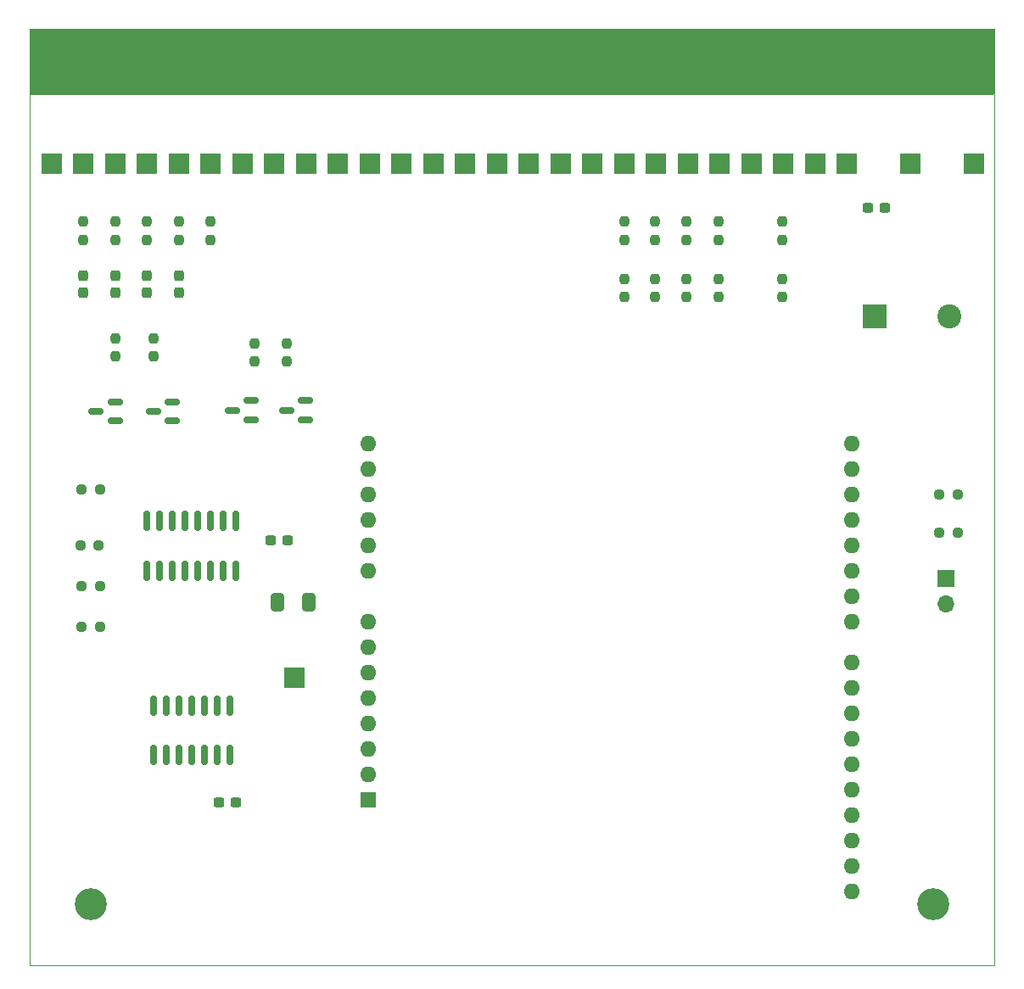
<source format=gbr>
%TF.GenerationSoftware,KiCad,Pcbnew,(7.0.0-0)*%
%TF.CreationDate,2023-07-22T14:03:52-04:00*%
%TF.ProjectId,Rodgers890,526f6467-6572-4733-9839-302e6b696361,rev?*%
%TF.SameCoordinates,Original*%
%TF.FileFunction,Soldermask,Top*%
%TF.FilePolarity,Negative*%
%FSLAX46Y46*%
G04 Gerber Fmt 4.6, Leading zero omitted, Abs format (unit mm)*
G04 Created by KiCad (PCBNEW (7.0.0-0)) date 2023-07-22 14:03:52*
%MOMM*%
%LPD*%
G01*
G04 APERTURE LIST*
G04 Aperture macros list*
%AMRoundRect*
0 Rectangle with rounded corners*
0 $1 Rounding radius*
0 $2 $3 $4 $5 $6 $7 $8 $9 X,Y pos of 4 corners*
0 Add a 4 corners polygon primitive as box body*
4,1,4,$2,$3,$4,$5,$6,$7,$8,$9,$2,$3,0*
0 Add four circle primitives for the rounded corners*
1,1,$1+$1,$2,$3*
1,1,$1+$1,$4,$5*
1,1,$1+$1,$6,$7*
1,1,$1+$1,$8,$9*
0 Add four rect primitives between the rounded corners*
20,1,$1+$1,$2,$3,$4,$5,0*
20,1,$1+$1,$4,$5,$6,$7,0*
20,1,$1+$1,$6,$7,$8,$9,0*
20,1,$1+$1,$8,$9,$2,$3,0*%
G04 Aperture macros list end*
%ADD10R,2.000000X2.000000*%
%ADD11RoundRect,0.237500X-0.237500X0.250000X-0.237500X-0.250000X0.237500X-0.250000X0.237500X0.250000X0*%
%ADD12RoundRect,0.237500X0.237500X-0.250000X0.237500X0.250000X-0.237500X0.250000X-0.237500X-0.250000X0*%
%ADD13RoundRect,0.237500X-0.237500X0.300000X-0.237500X-0.300000X0.237500X-0.300000X0.237500X0.300000X0*%
%ADD14RoundRect,0.150000X0.587500X0.150000X-0.587500X0.150000X-0.587500X-0.150000X0.587500X-0.150000X0*%
%ADD15RoundRect,0.150000X-0.150000X0.825000X-0.150000X-0.825000X0.150000X-0.825000X0.150000X0.825000X0*%
%ADD16RoundRect,0.237500X-0.300000X-0.237500X0.300000X-0.237500X0.300000X0.237500X-0.300000X0.237500X0*%
%ADD17RoundRect,0.250000X-0.412500X-0.650000X0.412500X-0.650000X0.412500X0.650000X-0.412500X0.650000X0*%
%ADD18R,1.600000X6.350000*%
%ADD19C,3.200000*%
%ADD20R,1.700000X1.700000*%
%ADD21O,1.700000X1.700000*%
%ADD22RoundRect,0.237500X0.250000X0.237500X-0.250000X0.237500X-0.250000X-0.237500X0.250000X-0.237500X0*%
%ADD23R,2.400000X2.400000*%
%ADD24C,2.400000*%
%ADD25RoundRect,0.237500X-0.250000X-0.237500X0.250000X-0.237500X0.250000X0.237500X-0.250000X0.237500X0*%
%ADD26R,1.600000X1.600000*%
%ADD27O,1.600000X1.600000*%
%TA.AperFunction,Profile*%
%ADD28C,0.100000*%
%TD*%
G04 APERTURE END LIST*
D10*
%TO.C,TP39*%
X160654999Y-43179999D03*
%TD*%
D11*
%TO.C,R16*%
X109855000Y-60645000D03*
X109855000Y-62470000D03*
%TD*%
D12*
%TO.C,R9*%
X166878000Y-56515000D03*
X166878000Y-54690000D03*
%TD*%
D10*
%TO.C,TP25*%
X116204999Y-43179999D03*
%TD*%
D13*
%TO.C,C4*%
X106680000Y-54382500D03*
X106680000Y-56107500D03*
%TD*%
D10*
%TO.C,TP26*%
X119379999Y-43179999D03*
%TD*%
D12*
%TO.C,R20*%
X116205000Y-50800000D03*
X116205000Y-48975000D03*
%TD*%
D14*
%TO.C,Q1*%
X123444000Y-68768000D03*
X123444000Y-66868000D03*
X121569000Y-67818000D03*
%TD*%
D10*
%TO.C,TP34*%
X144779999Y-43179999D03*
%TD*%
D11*
%TO.C,R5*%
X170053000Y-48975000D03*
X170053000Y-50800000D03*
%TD*%
D10*
%TO.C,TP27*%
X122554999Y-43179999D03*
%TD*%
D11*
%TO.C,R11*%
X123795000Y-61153000D03*
X123795000Y-62978000D03*
%TD*%
D10*
%TO.C,TP41*%
X167004999Y-43179999D03*
%TD*%
D11*
%TO.C,R6*%
X176403000Y-48975000D03*
X176403000Y-50800000D03*
%TD*%
D10*
%TO.C,TP38*%
X157479999Y-43179999D03*
%TD*%
D15*
%TO.C,U2*%
X121920000Y-78870000D03*
X120650000Y-78870000D03*
X119380000Y-78870000D03*
X118110000Y-78870000D03*
X116840000Y-78870000D03*
X115570000Y-78870000D03*
X114300000Y-78870000D03*
X113030000Y-78870000D03*
X113030000Y-83820000D03*
X114300000Y-83820000D03*
X115570000Y-83820000D03*
X116840000Y-83820000D03*
X118110000Y-83820000D03*
X119380000Y-83820000D03*
X120650000Y-83820000D03*
X121920000Y-83820000D03*
%TD*%
D10*
%TO.C,TP36*%
X151129999Y-43179999D03*
%TD*%
D12*
%TO.C,R22*%
X109855000Y-50800000D03*
X109855000Y-48975000D03*
%TD*%
D10*
%TO.C,TP37*%
X154304999Y-43179999D03*
%TD*%
D11*
%TO.C,R12*%
X126970000Y-61153000D03*
X126970000Y-62978000D03*
%TD*%
D10*
%TO.C,TP50*%
X195579999Y-43179999D03*
%TD*%
%TO.C,TP28*%
X125729999Y-43179999D03*
%TD*%
D16*
%TO.C,C9*%
X125375500Y-80772000D03*
X127100500Y-80772000D03*
%TD*%
D11*
%TO.C,R15*%
X113665000Y-60645000D03*
X113665000Y-62470000D03*
%TD*%
D12*
%TO.C,R14*%
X176403000Y-56515000D03*
X176403000Y-54690000D03*
%TD*%
D10*
%TO.C,TP33*%
X141604999Y-43179999D03*
%TD*%
D13*
%TO.C,C2*%
X113030000Y-54382500D03*
X113030000Y-56107500D03*
%TD*%
D10*
%TO.C,TP21*%
X103504999Y-43179999D03*
%TD*%
D12*
%TO.C,R8*%
X163703000Y-56515000D03*
X163703000Y-54690000D03*
%TD*%
D10*
%TO.C,TP30*%
X132079999Y-43179999D03*
%TD*%
%TO.C,TP31*%
X135254999Y-43179999D03*
%TD*%
%TO.C,TP46*%
X182879999Y-43179999D03*
%TD*%
D12*
%TO.C,R7*%
X160655000Y-56515000D03*
X160655000Y-54690000D03*
%TD*%
%TO.C,R23*%
X106680000Y-50800000D03*
X106680000Y-48975000D03*
%TD*%
D13*
%TO.C,C1*%
X116205000Y-54382500D03*
X116205000Y-56107500D03*
%TD*%
D17*
%TO.C,C7*%
X126072500Y-86995000D03*
X129197500Y-86995000D03*
%TD*%
D10*
%TO.C,TP22*%
X106679999Y-43179999D03*
%TD*%
%TO.C,TP44*%
X176529999Y-43179999D03*
%TD*%
D14*
%TO.C,Q4*%
X109855000Y-68895000D03*
X109855000Y-66995000D03*
X107980000Y-67945000D03*
%TD*%
D12*
%TO.C,R10*%
X170053000Y-56515000D03*
X170053000Y-54690000D03*
%TD*%
D10*
%TO.C,TP29*%
X128904999Y-43179999D03*
%TD*%
D11*
%TO.C,R4*%
X166878000Y-48975000D03*
X166878000Y-50800000D03*
%TD*%
D18*
%TO.C,J1*%
X103504999Y-33019999D03*
X106679999Y-33019999D03*
X109854999Y-33019999D03*
X113029999Y-33019999D03*
X116204999Y-33019999D03*
X119379999Y-33019999D03*
X122554999Y-33019999D03*
X125729999Y-33019999D03*
X128904999Y-33019999D03*
X132079999Y-33019999D03*
X135254999Y-33019999D03*
X138429999Y-33019999D03*
X141604999Y-33019999D03*
X144779999Y-33019999D03*
X147954999Y-33019999D03*
X151129999Y-33019999D03*
X154304999Y-33019999D03*
X157479999Y-33019999D03*
X160654999Y-33019999D03*
X163829999Y-33019999D03*
X167004999Y-33019999D03*
X170179999Y-33019999D03*
X173354999Y-33019999D03*
X176529999Y-33019999D03*
X179704999Y-33019999D03*
X182879999Y-33019999D03*
X186054999Y-33019999D03*
X189229999Y-33019999D03*
X192404999Y-33019999D03*
X195579999Y-33019999D03*
%TD*%
D14*
%TO.C,Q3*%
X115570000Y-68895000D03*
X115570000Y-66995000D03*
X113695000Y-67945000D03*
%TD*%
D19*
%TO.C,REF\u002A\u002A*%
X191516000Y-117094000D03*
%TD*%
D20*
%TO.C,J2*%
X192785999Y-84576999D03*
D21*
X192785999Y-87116999D03*
%TD*%
D10*
%TO.C,TP45*%
X179704999Y-43179999D03*
%TD*%
%TO.C,TP23*%
X109854999Y-43179999D03*
%TD*%
D19*
%TO.C,REF\u002A\u002A*%
X107442000Y-117094000D03*
%TD*%
D22*
%TO.C,R13*%
X108354500Y-75692000D03*
X106529500Y-75692000D03*
%TD*%
D23*
%TO.C,C5*%
X185656040Y-58419999D03*
D24*
X193156041Y-58420000D03*
%TD*%
D10*
%TO.C,TP40*%
X163829999Y-43179999D03*
%TD*%
%TO.C,TP24*%
X113029999Y-43179999D03*
%TD*%
D22*
%TO.C,R19*%
X108354500Y-85344000D03*
X106529500Y-85344000D03*
%TD*%
D10*
%TO.C,TP35*%
X147954999Y-43179999D03*
%TD*%
D11*
%TO.C,R1*%
X119380000Y-48975000D03*
X119380000Y-50800000D03*
%TD*%
D10*
%TO.C,TP43*%
X173354999Y-43179999D03*
%TD*%
%TO.C,TP48*%
X189229999Y-43179999D03*
%TD*%
%TO.C,TP42*%
X170179999Y-43179999D03*
%TD*%
%TO.C,TP32*%
X138429999Y-43179999D03*
%TD*%
D22*
%TO.C,R18*%
X108227500Y-81280000D03*
X106402500Y-81280000D03*
%TD*%
%TO.C,R17*%
X108354500Y-89408000D03*
X106529500Y-89408000D03*
%TD*%
D25*
%TO.C,R24*%
X192127500Y-76230000D03*
X193952500Y-76230000D03*
%TD*%
D10*
%TO.C,TP1*%
X127761999Y-94487999D03*
%TD*%
D25*
%TO.C,R25*%
X192127500Y-80010000D03*
X193952500Y-80010000D03*
%TD*%
D11*
%TO.C,R2*%
X160655000Y-48975000D03*
X160655000Y-50800000D03*
%TD*%
D12*
%TO.C,R21*%
X113030000Y-50800000D03*
X113030000Y-48975000D03*
%TD*%
D14*
%TO.C,Q2*%
X128875000Y-68768000D03*
X128875000Y-66868000D03*
X127000000Y-67818000D03*
%TD*%
D11*
%TO.C,R3*%
X163703000Y-48975000D03*
X163703000Y-50800000D03*
%TD*%
D16*
%TO.C,C6*%
X184965000Y-47625000D03*
X186690000Y-47625000D03*
%TD*%
D26*
%TO.C,A1*%
X135127999Y-106679999D03*
D27*
X135127999Y-104139999D03*
X135127999Y-101599999D03*
X135127999Y-99059999D03*
X135127999Y-96519999D03*
X135127999Y-93979999D03*
X135127999Y-91439999D03*
X135127999Y-88899999D03*
X135127999Y-83819999D03*
X135127999Y-81279999D03*
X135127999Y-78739999D03*
X135127999Y-76199999D03*
X135127999Y-73659999D03*
X135127999Y-71119999D03*
X183387999Y-71119999D03*
X183387999Y-73659999D03*
X183387999Y-76199999D03*
X183387999Y-78739999D03*
X183387999Y-81279999D03*
X183387999Y-83819999D03*
X183387999Y-86359999D03*
X183387999Y-88899999D03*
X183387999Y-92959999D03*
X183387999Y-95499999D03*
X183387999Y-98039999D03*
X183387999Y-100579999D03*
X183387999Y-103119999D03*
X183387999Y-105659999D03*
X183387999Y-108199999D03*
X183387999Y-110739999D03*
X183387999Y-113279999D03*
X183387999Y-115819999D03*
%TD*%
D13*
%TO.C,C3*%
X109855000Y-54382500D03*
X109855000Y-56107500D03*
%TD*%
D15*
%TO.C,U1*%
X121285000Y-97285000D03*
X120015000Y-97285000D03*
X118745000Y-97285000D03*
X117475000Y-97285000D03*
X116205000Y-97285000D03*
X114935000Y-97285000D03*
X113665000Y-97285000D03*
X113665000Y-102235000D03*
X114935000Y-102235000D03*
X116205000Y-102235000D03*
X117475000Y-102235000D03*
X118745000Y-102235000D03*
X120015000Y-102235000D03*
X121285000Y-102235000D03*
%TD*%
D16*
%TO.C,C8*%
X120195000Y-106934000D03*
X121920000Y-106934000D03*
%TD*%
G36*
X197550000Y-29734613D02*
G01*
X197595387Y-29780000D01*
X197612000Y-29842000D01*
X197612000Y-36198000D01*
X197595387Y-36260000D01*
X197550000Y-36305387D01*
X197488000Y-36322000D01*
X101470000Y-36322000D01*
X101408000Y-36305387D01*
X101362613Y-36260000D01*
X101346000Y-36198000D01*
X101346000Y-29842000D01*
X101362613Y-29780000D01*
X101408000Y-29734613D01*
X101470000Y-29718000D01*
X197488000Y-29718000D01*
X197550000Y-29734613D01*
G37*
D28*
X101346000Y-29718000D02*
X197612000Y-29718000D01*
X197612000Y-29718000D02*
X197612000Y-123190000D01*
X197612000Y-123190000D02*
X101346000Y-123190000D01*
X101346000Y-123190000D02*
X101346000Y-29718000D01*
M02*

</source>
